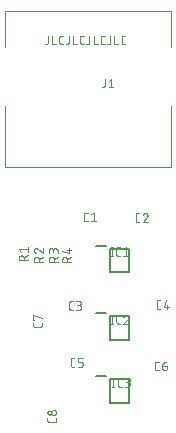
<source format=gbr>
G04 EAGLE Gerber RS-274X export*
G75*
%MOMM*%
%FSLAX34Y34*%
%LPD*%
%INSilkscreen Top*%
%IPPOS*%
%AMOC8*
5,1,8,0,0,1.08239X$1,22.5*%
G01*
%ADD10C,0.076200*%
%ADD11C,0.200000*%
%ADD12C,0.100000*%


D10*
X63796Y340487D02*
X63796Y334758D01*
X63794Y334680D01*
X63789Y334602D01*
X63779Y334525D01*
X63766Y334448D01*
X63750Y334372D01*
X63730Y334297D01*
X63706Y334223D01*
X63679Y334150D01*
X63648Y334078D01*
X63614Y334008D01*
X63577Y333940D01*
X63536Y333873D01*
X63492Y333808D01*
X63446Y333746D01*
X63396Y333686D01*
X63344Y333628D01*
X63289Y333573D01*
X63231Y333521D01*
X63171Y333471D01*
X63109Y333425D01*
X63044Y333381D01*
X62978Y333340D01*
X62909Y333303D01*
X62839Y333269D01*
X62767Y333238D01*
X62694Y333211D01*
X62620Y333187D01*
X62545Y333167D01*
X62469Y333151D01*
X62392Y333138D01*
X62315Y333128D01*
X62237Y333123D01*
X62159Y333121D01*
X61341Y333121D01*
X67490Y333121D02*
X67490Y340487D01*
X67490Y333121D02*
X70764Y333121D01*
X75184Y333121D02*
X76821Y333121D01*
X75184Y333121D02*
X75106Y333123D01*
X75028Y333128D01*
X74951Y333138D01*
X74874Y333151D01*
X74798Y333167D01*
X74723Y333187D01*
X74649Y333211D01*
X74576Y333238D01*
X74504Y333269D01*
X74434Y333303D01*
X74366Y333340D01*
X74299Y333381D01*
X74234Y333425D01*
X74172Y333471D01*
X74112Y333521D01*
X74054Y333573D01*
X73999Y333628D01*
X73947Y333686D01*
X73897Y333746D01*
X73851Y333808D01*
X73807Y333873D01*
X73766Y333940D01*
X73729Y334008D01*
X73695Y334078D01*
X73664Y334150D01*
X73637Y334223D01*
X73613Y334297D01*
X73593Y334372D01*
X73577Y334448D01*
X73564Y334525D01*
X73554Y334602D01*
X73549Y334680D01*
X73547Y334758D01*
X73548Y334758D02*
X73548Y338850D01*
X73547Y338850D02*
X73549Y338930D01*
X73555Y339010D01*
X73565Y339090D01*
X73578Y339169D01*
X73596Y339248D01*
X73617Y339325D01*
X73643Y339401D01*
X73672Y339476D01*
X73704Y339550D01*
X73740Y339622D01*
X73780Y339692D01*
X73823Y339759D01*
X73869Y339825D01*
X73919Y339888D01*
X73971Y339949D01*
X74026Y340008D01*
X74085Y340063D01*
X74145Y340115D01*
X74209Y340165D01*
X74275Y340211D01*
X74342Y340254D01*
X74412Y340294D01*
X74484Y340330D01*
X74558Y340362D01*
X74632Y340391D01*
X74709Y340417D01*
X74786Y340438D01*
X74865Y340456D01*
X74944Y340469D01*
X75024Y340479D01*
X75104Y340485D01*
X75184Y340487D01*
X76821Y340487D01*
X81353Y340487D02*
X81353Y334758D01*
X81351Y334680D01*
X81346Y334602D01*
X81336Y334525D01*
X81323Y334448D01*
X81307Y334372D01*
X81287Y334297D01*
X81263Y334223D01*
X81236Y334150D01*
X81205Y334078D01*
X81171Y334008D01*
X81134Y333940D01*
X81093Y333873D01*
X81049Y333808D01*
X81003Y333746D01*
X80953Y333686D01*
X80901Y333628D01*
X80846Y333573D01*
X80788Y333521D01*
X80728Y333471D01*
X80666Y333425D01*
X80601Y333381D01*
X80535Y333340D01*
X80466Y333303D01*
X80396Y333269D01*
X80324Y333238D01*
X80251Y333211D01*
X80177Y333187D01*
X80102Y333167D01*
X80026Y333151D01*
X79949Y333138D01*
X79872Y333128D01*
X79794Y333123D01*
X79716Y333121D01*
X78897Y333121D01*
X85047Y333121D02*
X85047Y340487D01*
X85047Y333121D02*
X88320Y333121D01*
X92741Y333121D02*
X94378Y333121D01*
X92741Y333121D02*
X92663Y333123D01*
X92585Y333128D01*
X92508Y333138D01*
X92431Y333151D01*
X92355Y333167D01*
X92280Y333187D01*
X92206Y333211D01*
X92133Y333238D01*
X92061Y333269D01*
X91991Y333303D01*
X91923Y333340D01*
X91856Y333381D01*
X91791Y333425D01*
X91729Y333471D01*
X91669Y333521D01*
X91611Y333573D01*
X91556Y333628D01*
X91504Y333686D01*
X91454Y333746D01*
X91408Y333808D01*
X91364Y333873D01*
X91323Y333940D01*
X91286Y334008D01*
X91252Y334078D01*
X91221Y334150D01*
X91194Y334223D01*
X91170Y334297D01*
X91150Y334372D01*
X91134Y334448D01*
X91121Y334525D01*
X91111Y334602D01*
X91106Y334680D01*
X91104Y334758D01*
X91104Y338850D01*
X91106Y338930D01*
X91112Y339010D01*
X91122Y339090D01*
X91135Y339169D01*
X91153Y339248D01*
X91174Y339325D01*
X91200Y339401D01*
X91229Y339476D01*
X91261Y339550D01*
X91297Y339622D01*
X91337Y339692D01*
X91380Y339759D01*
X91426Y339825D01*
X91476Y339888D01*
X91528Y339949D01*
X91583Y340008D01*
X91642Y340063D01*
X91702Y340115D01*
X91766Y340165D01*
X91832Y340211D01*
X91899Y340254D01*
X91969Y340294D01*
X92041Y340330D01*
X92115Y340362D01*
X92189Y340391D01*
X92266Y340417D01*
X92343Y340438D01*
X92422Y340456D01*
X92501Y340469D01*
X92581Y340479D01*
X92661Y340485D01*
X92741Y340487D01*
X94378Y340487D01*
X98909Y340487D02*
X98909Y334758D01*
X98907Y334680D01*
X98902Y334602D01*
X98892Y334525D01*
X98879Y334448D01*
X98863Y334372D01*
X98843Y334297D01*
X98819Y334223D01*
X98792Y334150D01*
X98761Y334078D01*
X98727Y334008D01*
X98690Y333940D01*
X98649Y333873D01*
X98605Y333808D01*
X98559Y333746D01*
X98509Y333686D01*
X98457Y333628D01*
X98402Y333573D01*
X98344Y333521D01*
X98284Y333471D01*
X98222Y333425D01*
X98157Y333381D01*
X98091Y333340D01*
X98022Y333303D01*
X97952Y333269D01*
X97880Y333238D01*
X97807Y333211D01*
X97733Y333187D01*
X97658Y333167D01*
X97582Y333151D01*
X97505Y333138D01*
X97428Y333128D01*
X97350Y333123D01*
X97272Y333121D01*
X96454Y333121D01*
X102603Y333121D02*
X102603Y340487D01*
X102603Y333121D02*
X105877Y333121D01*
X110297Y333121D02*
X111934Y333121D01*
X110297Y333121D02*
X110219Y333123D01*
X110141Y333128D01*
X110064Y333138D01*
X109987Y333151D01*
X109911Y333167D01*
X109836Y333187D01*
X109762Y333211D01*
X109689Y333238D01*
X109617Y333269D01*
X109547Y333303D01*
X109479Y333340D01*
X109412Y333381D01*
X109347Y333425D01*
X109285Y333471D01*
X109225Y333521D01*
X109167Y333573D01*
X109112Y333628D01*
X109060Y333686D01*
X109010Y333746D01*
X108964Y333808D01*
X108920Y333873D01*
X108879Y333940D01*
X108842Y334008D01*
X108808Y334078D01*
X108777Y334150D01*
X108750Y334223D01*
X108726Y334297D01*
X108706Y334372D01*
X108690Y334448D01*
X108677Y334525D01*
X108667Y334602D01*
X108662Y334680D01*
X108660Y334758D01*
X108660Y338850D01*
X108662Y338930D01*
X108668Y339010D01*
X108678Y339090D01*
X108691Y339169D01*
X108709Y339248D01*
X108730Y339325D01*
X108756Y339401D01*
X108785Y339476D01*
X108817Y339550D01*
X108853Y339622D01*
X108893Y339692D01*
X108936Y339759D01*
X108982Y339825D01*
X109032Y339888D01*
X109084Y339949D01*
X109139Y340008D01*
X109198Y340063D01*
X109258Y340115D01*
X109322Y340165D01*
X109388Y340211D01*
X109455Y340254D01*
X109525Y340294D01*
X109597Y340330D01*
X109671Y340362D01*
X109745Y340391D01*
X109822Y340417D01*
X109899Y340438D01*
X109978Y340456D01*
X110057Y340469D01*
X110137Y340479D01*
X110217Y340485D01*
X110297Y340487D01*
X111934Y340487D01*
X116465Y340487D02*
X116465Y334758D01*
X116466Y334758D02*
X116464Y334680D01*
X116459Y334602D01*
X116449Y334525D01*
X116436Y334448D01*
X116420Y334372D01*
X116400Y334297D01*
X116376Y334223D01*
X116349Y334150D01*
X116318Y334078D01*
X116284Y334008D01*
X116247Y333940D01*
X116206Y333873D01*
X116162Y333808D01*
X116116Y333746D01*
X116066Y333686D01*
X116014Y333628D01*
X115959Y333573D01*
X115901Y333521D01*
X115841Y333471D01*
X115779Y333425D01*
X115714Y333381D01*
X115648Y333340D01*
X115579Y333303D01*
X115509Y333269D01*
X115437Y333238D01*
X115364Y333211D01*
X115290Y333187D01*
X115215Y333167D01*
X115139Y333151D01*
X115062Y333138D01*
X114985Y333128D01*
X114907Y333123D01*
X114829Y333121D01*
X114010Y333121D01*
X120159Y333121D02*
X120159Y340487D01*
X120159Y333121D02*
X123433Y333121D01*
X127854Y333121D02*
X129490Y333121D01*
X127854Y333121D02*
X127776Y333123D01*
X127698Y333128D01*
X127621Y333138D01*
X127544Y333151D01*
X127468Y333167D01*
X127393Y333187D01*
X127319Y333211D01*
X127246Y333238D01*
X127174Y333269D01*
X127104Y333303D01*
X127036Y333340D01*
X126969Y333381D01*
X126904Y333425D01*
X126842Y333471D01*
X126782Y333521D01*
X126724Y333573D01*
X126669Y333628D01*
X126617Y333686D01*
X126567Y333746D01*
X126521Y333808D01*
X126477Y333873D01*
X126436Y333940D01*
X126399Y334008D01*
X126365Y334078D01*
X126334Y334150D01*
X126307Y334223D01*
X126283Y334297D01*
X126263Y334372D01*
X126247Y334448D01*
X126234Y334525D01*
X126224Y334602D01*
X126219Y334680D01*
X126217Y334758D01*
X126217Y338850D01*
X126219Y338930D01*
X126225Y339010D01*
X126235Y339090D01*
X126248Y339169D01*
X126266Y339248D01*
X126287Y339325D01*
X126313Y339401D01*
X126342Y339476D01*
X126374Y339550D01*
X126410Y339622D01*
X126450Y339692D01*
X126493Y339759D01*
X126539Y339825D01*
X126589Y339888D01*
X126641Y339949D01*
X126696Y340008D01*
X126755Y340063D01*
X126815Y340115D01*
X126879Y340165D01*
X126945Y340211D01*
X127012Y340254D01*
X127082Y340294D01*
X127154Y340330D01*
X127228Y340362D01*
X127302Y340391D01*
X127379Y340417D01*
X127456Y340438D01*
X127535Y340456D01*
X127614Y340469D01*
X127694Y340479D01*
X127774Y340485D01*
X127854Y340487D01*
X129490Y340487D01*
D11*
X132460Y49370D02*
X116460Y49370D01*
X132460Y49370D02*
X132460Y29370D01*
X116460Y29370D01*
X116460Y49370D01*
X112960Y51870D02*
X104460Y51870D01*
D10*
X119142Y50673D02*
X119142Y43307D01*
X118324Y43307D02*
X119961Y43307D01*
X119961Y50673D02*
X118324Y50673D01*
X124562Y43307D02*
X126199Y43307D01*
X124562Y43307D02*
X124484Y43309D01*
X124406Y43314D01*
X124329Y43324D01*
X124252Y43337D01*
X124176Y43353D01*
X124101Y43373D01*
X124027Y43397D01*
X123954Y43424D01*
X123882Y43455D01*
X123812Y43489D01*
X123744Y43526D01*
X123677Y43567D01*
X123612Y43611D01*
X123550Y43657D01*
X123490Y43707D01*
X123432Y43759D01*
X123377Y43814D01*
X123325Y43872D01*
X123275Y43932D01*
X123229Y43994D01*
X123185Y44059D01*
X123144Y44126D01*
X123107Y44194D01*
X123073Y44264D01*
X123042Y44336D01*
X123015Y44409D01*
X122991Y44483D01*
X122971Y44558D01*
X122955Y44634D01*
X122942Y44711D01*
X122932Y44788D01*
X122927Y44866D01*
X122925Y44944D01*
X122925Y49036D01*
X122927Y49116D01*
X122933Y49196D01*
X122943Y49276D01*
X122956Y49355D01*
X122974Y49434D01*
X122995Y49511D01*
X123021Y49587D01*
X123050Y49662D01*
X123082Y49736D01*
X123118Y49808D01*
X123158Y49878D01*
X123201Y49945D01*
X123247Y50011D01*
X123297Y50074D01*
X123349Y50135D01*
X123404Y50194D01*
X123463Y50249D01*
X123523Y50301D01*
X123587Y50351D01*
X123653Y50397D01*
X123720Y50440D01*
X123790Y50480D01*
X123862Y50516D01*
X123936Y50548D01*
X124010Y50577D01*
X124087Y50603D01*
X124164Y50624D01*
X124243Y50642D01*
X124322Y50655D01*
X124402Y50665D01*
X124482Y50671D01*
X124562Y50673D01*
X126199Y50673D01*
X129044Y43307D02*
X131090Y43307D01*
X131179Y43309D01*
X131268Y43315D01*
X131357Y43325D01*
X131445Y43338D01*
X131533Y43355D01*
X131620Y43377D01*
X131705Y43402D01*
X131790Y43430D01*
X131873Y43463D01*
X131955Y43499D01*
X132035Y43538D01*
X132113Y43581D01*
X132189Y43627D01*
X132264Y43677D01*
X132336Y43730D01*
X132405Y43786D01*
X132472Y43845D01*
X132537Y43906D01*
X132598Y43971D01*
X132657Y44038D01*
X132713Y44107D01*
X132766Y44179D01*
X132816Y44254D01*
X132862Y44330D01*
X132905Y44408D01*
X132944Y44488D01*
X132980Y44570D01*
X133013Y44653D01*
X133041Y44738D01*
X133066Y44823D01*
X133088Y44910D01*
X133105Y44998D01*
X133118Y45086D01*
X133128Y45175D01*
X133134Y45264D01*
X133136Y45353D01*
X133134Y45442D01*
X133128Y45531D01*
X133118Y45620D01*
X133105Y45708D01*
X133088Y45796D01*
X133066Y45883D01*
X133041Y45968D01*
X133013Y46053D01*
X132980Y46136D01*
X132944Y46218D01*
X132905Y46298D01*
X132862Y46376D01*
X132816Y46452D01*
X132766Y46527D01*
X132713Y46599D01*
X132657Y46668D01*
X132598Y46735D01*
X132537Y46800D01*
X132472Y46861D01*
X132405Y46920D01*
X132336Y46976D01*
X132264Y47029D01*
X132189Y47079D01*
X132113Y47125D01*
X132035Y47168D01*
X131955Y47207D01*
X131873Y47243D01*
X131790Y47276D01*
X131705Y47304D01*
X131620Y47329D01*
X131533Y47351D01*
X131445Y47368D01*
X131357Y47381D01*
X131268Y47391D01*
X131179Y47397D01*
X131090Y47399D01*
X131499Y50673D02*
X129044Y50673D01*
X131499Y50673D02*
X131578Y50671D01*
X131657Y50665D01*
X131736Y50656D01*
X131814Y50643D01*
X131891Y50625D01*
X131967Y50605D01*
X132042Y50580D01*
X132116Y50552D01*
X132189Y50521D01*
X132260Y50485D01*
X132329Y50447D01*
X132396Y50405D01*
X132461Y50360D01*
X132524Y50312D01*
X132585Y50261D01*
X132642Y50207D01*
X132698Y50151D01*
X132750Y50092D01*
X132800Y50030D01*
X132846Y49966D01*
X132890Y49900D01*
X132930Y49832D01*
X132966Y49762D01*
X133000Y49690D01*
X133030Y49616D01*
X133056Y49542D01*
X133079Y49466D01*
X133097Y49389D01*
X133113Y49312D01*
X133124Y49233D01*
X133132Y49155D01*
X133136Y49076D01*
X133136Y48996D01*
X133132Y48917D01*
X133124Y48839D01*
X133113Y48760D01*
X133097Y48683D01*
X133079Y48606D01*
X133056Y48530D01*
X133030Y48456D01*
X133000Y48382D01*
X132966Y48310D01*
X132930Y48240D01*
X132890Y48172D01*
X132846Y48106D01*
X132800Y48042D01*
X132750Y47980D01*
X132698Y47921D01*
X132642Y47865D01*
X132585Y47811D01*
X132524Y47760D01*
X132461Y47712D01*
X132396Y47667D01*
X132329Y47625D01*
X132260Y47587D01*
X132189Y47551D01*
X132116Y47520D01*
X132042Y47492D01*
X131967Y47467D01*
X131891Y47447D01*
X131814Y47429D01*
X131736Y47416D01*
X131657Y47407D01*
X131578Y47401D01*
X131499Y47399D01*
X129863Y47399D01*
D12*
X27290Y229148D02*
X27290Y281148D01*
X27290Y229148D02*
X168290Y229148D01*
X168290Y281148D01*
X27290Y331148D02*
X27290Y361148D01*
X168290Y361148D01*
X168290Y331148D01*
D10*
X111764Y303911D02*
X111764Y298182D01*
X111762Y298104D01*
X111757Y298026D01*
X111747Y297949D01*
X111734Y297872D01*
X111718Y297796D01*
X111698Y297721D01*
X111674Y297647D01*
X111647Y297574D01*
X111616Y297502D01*
X111582Y297432D01*
X111545Y297364D01*
X111504Y297297D01*
X111460Y297232D01*
X111414Y297170D01*
X111364Y297110D01*
X111312Y297052D01*
X111257Y296997D01*
X111199Y296945D01*
X111139Y296895D01*
X111077Y296849D01*
X111012Y296805D01*
X110946Y296764D01*
X110877Y296727D01*
X110807Y296693D01*
X110735Y296662D01*
X110662Y296635D01*
X110588Y296611D01*
X110513Y296591D01*
X110437Y296575D01*
X110360Y296562D01*
X110283Y296552D01*
X110205Y296547D01*
X110127Y296545D01*
X109309Y296545D01*
X115199Y302274D02*
X117245Y303911D01*
X117245Y296545D01*
X115199Y296545D02*
X119291Y296545D01*
D11*
X116460Y102710D02*
X132460Y102710D01*
X132460Y82710D01*
X116460Y82710D01*
X116460Y102710D01*
X112960Y105210D02*
X104460Y105210D01*
D10*
X117872Y104013D02*
X117872Y96647D01*
X117054Y96647D02*
X118691Y96647D01*
X118691Y104013D02*
X117054Y104013D01*
X123292Y96647D02*
X124929Y96647D01*
X123292Y96647D02*
X123214Y96649D01*
X123136Y96654D01*
X123059Y96664D01*
X122982Y96677D01*
X122906Y96693D01*
X122831Y96713D01*
X122757Y96737D01*
X122684Y96764D01*
X122612Y96795D01*
X122542Y96829D01*
X122474Y96866D01*
X122407Y96907D01*
X122342Y96951D01*
X122280Y96997D01*
X122220Y97047D01*
X122162Y97099D01*
X122107Y97154D01*
X122055Y97212D01*
X122005Y97272D01*
X121959Y97334D01*
X121915Y97399D01*
X121874Y97466D01*
X121837Y97534D01*
X121803Y97604D01*
X121772Y97676D01*
X121745Y97749D01*
X121721Y97823D01*
X121701Y97898D01*
X121685Y97974D01*
X121672Y98051D01*
X121662Y98128D01*
X121657Y98206D01*
X121655Y98284D01*
X121655Y102376D01*
X121657Y102456D01*
X121663Y102536D01*
X121673Y102616D01*
X121686Y102695D01*
X121704Y102774D01*
X121725Y102851D01*
X121751Y102927D01*
X121780Y103002D01*
X121812Y103076D01*
X121848Y103148D01*
X121888Y103218D01*
X121931Y103285D01*
X121977Y103351D01*
X122027Y103414D01*
X122079Y103475D01*
X122134Y103534D01*
X122193Y103589D01*
X122253Y103641D01*
X122317Y103691D01*
X122383Y103737D01*
X122450Y103780D01*
X122520Y103820D01*
X122592Y103856D01*
X122666Y103888D01*
X122740Y103917D01*
X122817Y103943D01*
X122894Y103964D01*
X122973Y103982D01*
X123052Y103995D01*
X123132Y104005D01*
X123212Y104011D01*
X123292Y104013D01*
X124929Y104013D01*
X130025Y104014D02*
X130110Y104012D01*
X130195Y104006D01*
X130279Y103996D01*
X130363Y103983D01*
X130447Y103965D01*
X130529Y103944D01*
X130610Y103919D01*
X130690Y103890D01*
X130769Y103857D01*
X130846Y103821D01*
X130921Y103781D01*
X130995Y103738D01*
X131066Y103692D01*
X131135Y103642D01*
X131202Y103589D01*
X131266Y103533D01*
X131327Y103474D01*
X131386Y103413D01*
X131442Y103349D01*
X131495Y103282D01*
X131545Y103213D01*
X131591Y103142D01*
X131634Y103068D01*
X131674Y102993D01*
X131710Y102916D01*
X131743Y102837D01*
X131772Y102757D01*
X131797Y102676D01*
X131818Y102594D01*
X131836Y102510D01*
X131849Y102426D01*
X131859Y102342D01*
X131865Y102257D01*
X131867Y102172D01*
X130025Y104013D02*
X129929Y104011D01*
X129833Y104005D01*
X129738Y103995D01*
X129643Y103982D01*
X129548Y103964D01*
X129455Y103943D01*
X129362Y103918D01*
X129271Y103889D01*
X129180Y103857D01*
X129091Y103821D01*
X129004Y103781D01*
X128918Y103738D01*
X128834Y103692D01*
X128752Y103642D01*
X128672Y103588D01*
X128595Y103532D01*
X128520Y103472D01*
X128447Y103410D01*
X128377Y103344D01*
X128309Y103276D01*
X128244Y103205D01*
X128183Y103132D01*
X128124Y103056D01*
X128068Y102977D01*
X128016Y102897D01*
X127967Y102814D01*
X127921Y102730D01*
X127879Y102644D01*
X127841Y102556D01*
X127806Y102467D01*
X127774Y102376D01*
X131252Y100740D02*
X131312Y100799D01*
X131369Y100861D01*
X131424Y100925D01*
X131475Y100992D01*
X131524Y101061D01*
X131570Y101131D01*
X131613Y101204D01*
X131653Y101278D01*
X131689Y101354D01*
X131722Y101432D01*
X131752Y101511D01*
X131779Y101591D01*
X131802Y101672D01*
X131821Y101754D01*
X131837Y101836D01*
X131850Y101920D01*
X131859Y102004D01*
X131864Y102088D01*
X131866Y102172D01*
X131253Y100739D02*
X127774Y96647D01*
X131866Y96647D01*
X86205Y60071D02*
X84568Y60071D01*
X84490Y60073D01*
X84412Y60078D01*
X84335Y60088D01*
X84258Y60101D01*
X84182Y60117D01*
X84107Y60137D01*
X84033Y60161D01*
X83960Y60188D01*
X83888Y60219D01*
X83818Y60253D01*
X83750Y60290D01*
X83683Y60331D01*
X83618Y60375D01*
X83556Y60421D01*
X83496Y60471D01*
X83438Y60523D01*
X83383Y60578D01*
X83331Y60636D01*
X83281Y60696D01*
X83235Y60758D01*
X83191Y60823D01*
X83150Y60890D01*
X83113Y60958D01*
X83079Y61028D01*
X83048Y61100D01*
X83021Y61173D01*
X82997Y61247D01*
X82977Y61322D01*
X82961Y61398D01*
X82948Y61475D01*
X82938Y61552D01*
X82933Y61630D01*
X82931Y61708D01*
X82931Y65800D01*
X82933Y65880D01*
X82939Y65960D01*
X82949Y66040D01*
X82962Y66119D01*
X82980Y66198D01*
X83001Y66275D01*
X83027Y66351D01*
X83056Y66426D01*
X83088Y66500D01*
X83124Y66572D01*
X83164Y66642D01*
X83207Y66709D01*
X83253Y66775D01*
X83303Y66838D01*
X83355Y66899D01*
X83410Y66958D01*
X83469Y67013D01*
X83529Y67065D01*
X83593Y67115D01*
X83659Y67161D01*
X83726Y67204D01*
X83796Y67244D01*
X83868Y67280D01*
X83942Y67312D01*
X84016Y67341D01*
X84093Y67367D01*
X84170Y67388D01*
X84249Y67406D01*
X84328Y67419D01*
X84408Y67429D01*
X84488Y67435D01*
X84568Y67437D01*
X86205Y67437D01*
X89050Y60071D02*
X91505Y60071D01*
X91583Y60073D01*
X91661Y60078D01*
X91738Y60088D01*
X91815Y60101D01*
X91891Y60117D01*
X91966Y60137D01*
X92040Y60161D01*
X92113Y60188D01*
X92185Y60219D01*
X92255Y60253D01*
X92324Y60290D01*
X92390Y60331D01*
X92455Y60375D01*
X92517Y60421D01*
X92577Y60471D01*
X92635Y60523D01*
X92690Y60578D01*
X92742Y60636D01*
X92792Y60696D01*
X92838Y60758D01*
X92882Y60823D01*
X92923Y60890D01*
X92960Y60958D01*
X92994Y61028D01*
X93025Y61100D01*
X93052Y61173D01*
X93076Y61247D01*
X93096Y61322D01*
X93112Y61398D01*
X93125Y61475D01*
X93135Y61552D01*
X93140Y61630D01*
X93142Y61708D01*
X93142Y62526D01*
X93140Y62604D01*
X93135Y62682D01*
X93125Y62759D01*
X93112Y62836D01*
X93096Y62912D01*
X93076Y62987D01*
X93052Y63061D01*
X93025Y63134D01*
X92994Y63206D01*
X92960Y63276D01*
X92923Y63345D01*
X92882Y63411D01*
X92838Y63476D01*
X92792Y63538D01*
X92742Y63598D01*
X92690Y63656D01*
X92635Y63711D01*
X92577Y63763D01*
X92517Y63813D01*
X92455Y63859D01*
X92390Y63903D01*
X92324Y63944D01*
X92255Y63981D01*
X92185Y64015D01*
X92113Y64046D01*
X92040Y64073D01*
X91966Y64097D01*
X91891Y64117D01*
X91815Y64133D01*
X91738Y64146D01*
X91661Y64156D01*
X91583Y64161D01*
X91505Y64163D01*
X89050Y64163D01*
X89050Y67437D01*
X93142Y67437D01*
X156145Y57023D02*
X157781Y57023D01*
X156145Y57023D02*
X156067Y57025D01*
X155989Y57030D01*
X155912Y57040D01*
X155835Y57053D01*
X155759Y57069D01*
X155684Y57089D01*
X155610Y57113D01*
X155537Y57140D01*
X155465Y57171D01*
X155395Y57205D01*
X155327Y57242D01*
X155260Y57283D01*
X155195Y57327D01*
X155133Y57373D01*
X155073Y57423D01*
X155015Y57475D01*
X154960Y57530D01*
X154908Y57588D01*
X154858Y57648D01*
X154812Y57710D01*
X154768Y57775D01*
X154727Y57842D01*
X154690Y57910D01*
X154656Y57980D01*
X154625Y58052D01*
X154598Y58125D01*
X154574Y58199D01*
X154554Y58274D01*
X154538Y58350D01*
X154525Y58427D01*
X154515Y58504D01*
X154510Y58582D01*
X154508Y58660D01*
X154508Y62752D01*
X154510Y62832D01*
X154516Y62912D01*
X154526Y62992D01*
X154539Y63071D01*
X154557Y63150D01*
X154578Y63227D01*
X154604Y63303D01*
X154633Y63378D01*
X154665Y63452D01*
X154701Y63524D01*
X154741Y63594D01*
X154784Y63661D01*
X154830Y63727D01*
X154880Y63790D01*
X154932Y63851D01*
X154987Y63910D01*
X155046Y63965D01*
X155106Y64017D01*
X155170Y64067D01*
X155236Y64113D01*
X155303Y64156D01*
X155373Y64196D01*
X155445Y64232D01*
X155519Y64264D01*
X155593Y64293D01*
X155670Y64319D01*
X155747Y64340D01*
X155826Y64358D01*
X155905Y64371D01*
X155985Y64381D01*
X156065Y64387D01*
X156145Y64389D01*
X157781Y64389D01*
X160627Y61115D02*
X163082Y61115D01*
X163160Y61113D01*
X163238Y61108D01*
X163315Y61098D01*
X163392Y61085D01*
X163468Y61069D01*
X163543Y61049D01*
X163617Y61025D01*
X163690Y60998D01*
X163762Y60967D01*
X163832Y60933D01*
X163901Y60896D01*
X163967Y60855D01*
X164032Y60811D01*
X164094Y60765D01*
X164154Y60715D01*
X164212Y60663D01*
X164267Y60608D01*
X164319Y60550D01*
X164369Y60490D01*
X164415Y60428D01*
X164459Y60363D01*
X164500Y60297D01*
X164537Y60228D01*
X164571Y60158D01*
X164602Y60086D01*
X164629Y60013D01*
X164653Y59939D01*
X164673Y59864D01*
X164689Y59788D01*
X164702Y59711D01*
X164712Y59634D01*
X164717Y59556D01*
X164719Y59478D01*
X164719Y59069D01*
X164717Y58980D01*
X164711Y58891D01*
X164701Y58802D01*
X164688Y58714D01*
X164671Y58626D01*
X164649Y58539D01*
X164624Y58454D01*
X164596Y58369D01*
X164563Y58286D01*
X164527Y58204D01*
X164488Y58124D01*
X164445Y58046D01*
X164399Y57970D01*
X164349Y57895D01*
X164296Y57823D01*
X164240Y57754D01*
X164181Y57687D01*
X164120Y57622D01*
X164055Y57561D01*
X163988Y57502D01*
X163919Y57446D01*
X163847Y57393D01*
X163772Y57343D01*
X163696Y57297D01*
X163618Y57254D01*
X163538Y57215D01*
X163456Y57179D01*
X163373Y57146D01*
X163288Y57118D01*
X163203Y57093D01*
X163116Y57071D01*
X163028Y57054D01*
X162940Y57041D01*
X162851Y57031D01*
X162762Y57025D01*
X162673Y57023D01*
X162584Y57025D01*
X162495Y57031D01*
X162406Y57041D01*
X162318Y57054D01*
X162230Y57071D01*
X162143Y57093D01*
X162058Y57118D01*
X161973Y57146D01*
X161890Y57179D01*
X161808Y57215D01*
X161728Y57254D01*
X161650Y57297D01*
X161574Y57343D01*
X161499Y57393D01*
X161427Y57446D01*
X161358Y57502D01*
X161291Y57561D01*
X161226Y57622D01*
X161165Y57687D01*
X161106Y57754D01*
X161050Y57823D01*
X160997Y57895D01*
X160947Y57970D01*
X160901Y58046D01*
X160858Y58124D01*
X160819Y58204D01*
X160783Y58286D01*
X160750Y58369D01*
X160722Y58454D01*
X160697Y58539D01*
X160675Y58626D01*
X160658Y58714D01*
X160645Y58802D01*
X160635Y58891D01*
X160629Y58980D01*
X160627Y59069D01*
X160627Y61115D01*
X160629Y61229D01*
X160635Y61343D01*
X160645Y61457D01*
X160659Y61571D01*
X160677Y61684D01*
X160699Y61796D01*
X160724Y61907D01*
X160754Y62017D01*
X160787Y62127D01*
X160824Y62235D01*
X160865Y62341D01*
X160910Y62447D01*
X160958Y62550D01*
X161010Y62652D01*
X161066Y62752D01*
X161124Y62850D01*
X161187Y62946D01*
X161252Y63039D01*
X161321Y63131D01*
X161393Y63219D01*
X161468Y63306D01*
X161546Y63389D01*
X161627Y63470D01*
X161710Y63548D01*
X161797Y63623D01*
X161885Y63695D01*
X161977Y63764D01*
X162070Y63829D01*
X162166Y63891D01*
X162264Y63950D01*
X162364Y64006D01*
X162466Y64058D01*
X162569Y64106D01*
X162675Y64151D01*
X162781Y64192D01*
X162889Y64229D01*
X162999Y64262D01*
X163109Y64292D01*
X163220Y64317D01*
X163332Y64339D01*
X163445Y64357D01*
X163559Y64371D01*
X163673Y64381D01*
X163787Y64387D01*
X163901Y64389D01*
X84935Y108331D02*
X83298Y108331D01*
X83220Y108333D01*
X83142Y108338D01*
X83065Y108348D01*
X82988Y108361D01*
X82912Y108377D01*
X82837Y108397D01*
X82763Y108421D01*
X82690Y108448D01*
X82618Y108479D01*
X82548Y108513D01*
X82480Y108550D01*
X82413Y108591D01*
X82348Y108635D01*
X82286Y108681D01*
X82226Y108731D01*
X82168Y108783D01*
X82113Y108838D01*
X82061Y108896D01*
X82011Y108956D01*
X81965Y109018D01*
X81921Y109083D01*
X81880Y109150D01*
X81843Y109218D01*
X81809Y109288D01*
X81778Y109360D01*
X81751Y109433D01*
X81727Y109507D01*
X81707Y109582D01*
X81691Y109658D01*
X81678Y109735D01*
X81668Y109812D01*
X81663Y109890D01*
X81661Y109968D01*
X81661Y114060D01*
X81663Y114140D01*
X81669Y114220D01*
X81679Y114300D01*
X81692Y114379D01*
X81710Y114458D01*
X81731Y114535D01*
X81757Y114611D01*
X81786Y114686D01*
X81818Y114760D01*
X81854Y114832D01*
X81894Y114902D01*
X81937Y114969D01*
X81983Y115035D01*
X82033Y115098D01*
X82085Y115159D01*
X82140Y115218D01*
X82199Y115273D01*
X82259Y115325D01*
X82323Y115375D01*
X82389Y115421D01*
X82456Y115464D01*
X82526Y115504D01*
X82598Y115540D01*
X82672Y115572D01*
X82746Y115601D01*
X82823Y115627D01*
X82900Y115648D01*
X82979Y115666D01*
X83058Y115679D01*
X83138Y115689D01*
X83218Y115695D01*
X83298Y115697D01*
X84935Y115697D01*
X87780Y108331D02*
X89826Y108331D01*
X89915Y108333D01*
X90004Y108339D01*
X90093Y108349D01*
X90181Y108362D01*
X90269Y108379D01*
X90356Y108401D01*
X90441Y108426D01*
X90526Y108454D01*
X90609Y108487D01*
X90691Y108523D01*
X90771Y108562D01*
X90849Y108605D01*
X90925Y108651D01*
X91000Y108701D01*
X91072Y108754D01*
X91141Y108810D01*
X91208Y108869D01*
X91273Y108930D01*
X91334Y108995D01*
X91393Y109062D01*
X91449Y109131D01*
X91502Y109203D01*
X91552Y109278D01*
X91598Y109354D01*
X91641Y109432D01*
X91680Y109512D01*
X91716Y109594D01*
X91749Y109677D01*
X91777Y109762D01*
X91802Y109847D01*
X91824Y109934D01*
X91841Y110022D01*
X91854Y110110D01*
X91864Y110199D01*
X91870Y110288D01*
X91872Y110377D01*
X91870Y110466D01*
X91864Y110555D01*
X91854Y110644D01*
X91841Y110732D01*
X91824Y110820D01*
X91802Y110907D01*
X91777Y110992D01*
X91749Y111077D01*
X91716Y111160D01*
X91680Y111242D01*
X91641Y111322D01*
X91598Y111400D01*
X91552Y111476D01*
X91502Y111551D01*
X91449Y111623D01*
X91393Y111692D01*
X91334Y111759D01*
X91273Y111824D01*
X91208Y111885D01*
X91141Y111944D01*
X91072Y112000D01*
X91000Y112053D01*
X90925Y112103D01*
X90849Y112149D01*
X90771Y112192D01*
X90691Y112231D01*
X90609Y112267D01*
X90526Y112300D01*
X90441Y112328D01*
X90356Y112353D01*
X90269Y112375D01*
X90181Y112392D01*
X90093Y112405D01*
X90004Y112415D01*
X89915Y112421D01*
X89826Y112423D01*
X90235Y115697D02*
X87780Y115697D01*
X90235Y115697D02*
X90314Y115695D01*
X90393Y115689D01*
X90472Y115680D01*
X90550Y115667D01*
X90627Y115649D01*
X90703Y115629D01*
X90778Y115604D01*
X90852Y115576D01*
X90925Y115545D01*
X90996Y115509D01*
X91065Y115471D01*
X91132Y115429D01*
X91197Y115384D01*
X91260Y115336D01*
X91321Y115285D01*
X91378Y115231D01*
X91434Y115175D01*
X91486Y115116D01*
X91536Y115054D01*
X91582Y114990D01*
X91626Y114924D01*
X91666Y114856D01*
X91702Y114786D01*
X91736Y114714D01*
X91766Y114640D01*
X91792Y114566D01*
X91815Y114490D01*
X91833Y114413D01*
X91849Y114336D01*
X91860Y114257D01*
X91868Y114179D01*
X91872Y114100D01*
X91872Y114020D01*
X91868Y113941D01*
X91860Y113863D01*
X91849Y113784D01*
X91833Y113707D01*
X91815Y113630D01*
X91792Y113554D01*
X91766Y113480D01*
X91736Y113406D01*
X91702Y113334D01*
X91666Y113264D01*
X91626Y113196D01*
X91582Y113130D01*
X91536Y113066D01*
X91486Y113004D01*
X91434Y112945D01*
X91378Y112889D01*
X91321Y112835D01*
X91260Y112784D01*
X91197Y112736D01*
X91132Y112691D01*
X91065Y112649D01*
X90996Y112611D01*
X90925Y112575D01*
X90852Y112544D01*
X90778Y112516D01*
X90703Y112491D01*
X90627Y112471D01*
X90550Y112453D01*
X90472Y112440D01*
X90393Y112431D01*
X90314Y112425D01*
X90235Y112423D01*
X88599Y112423D01*
X157415Y109093D02*
X159051Y109093D01*
X157415Y109093D02*
X157337Y109095D01*
X157259Y109100D01*
X157182Y109110D01*
X157105Y109123D01*
X157029Y109139D01*
X156954Y109159D01*
X156880Y109183D01*
X156807Y109210D01*
X156735Y109241D01*
X156665Y109275D01*
X156597Y109312D01*
X156530Y109353D01*
X156465Y109397D01*
X156403Y109443D01*
X156343Y109493D01*
X156285Y109545D01*
X156230Y109600D01*
X156178Y109658D01*
X156128Y109718D01*
X156082Y109780D01*
X156038Y109845D01*
X155997Y109912D01*
X155960Y109980D01*
X155926Y110050D01*
X155895Y110122D01*
X155868Y110195D01*
X155844Y110269D01*
X155824Y110344D01*
X155808Y110420D01*
X155795Y110497D01*
X155785Y110574D01*
X155780Y110652D01*
X155778Y110730D01*
X155778Y114822D01*
X155780Y114902D01*
X155786Y114982D01*
X155796Y115062D01*
X155809Y115141D01*
X155827Y115220D01*
X155848Y115297D01*
X155874Y115373D01*
X155903Y115448D01*
X155935Y115522D01*
X155971Y115594D01*
X156011Y115664D01*
X156054Y115731D01*
X156100Y115797D01*
X156150Y115860D01*
X156202Y115921D01*
X156257Y115980D01*
X156316Y116035D01*
X156376Y116087D01*
X156440Y116137D01*
X156506Y116183D01*
X156573Y116226D01*
X156643Y116266D01*
X156715Y116302D01*
X156789Y116334D01*
X156863Y116363D01*
X156940Y116389D01*
X157017Y116410D01*
X157096Y116428D01*
X157175Y116441D01*
X157255Y116451D01*
X157335Y116457D01*
X157415Y116459D01*
X159051Y116459D01*
X163534Y116459D02*
X161897Y110730D01*
X165989Y110730D01*
X164761Y112367D02*
X164761Y109093D01*
X59309Y148971D02*
X51943Y148971D01*
X51943Y151017D01*
X51945Y151106D01*
X51951Y151195D01*
X51961Y151284D01*
X51974Y151372D01*
X51991Y151460D01*
X52013Y151547D01*
X52038Y151632D01*
X52066Y151717D01*
X52099Y151800D01*
X52135Y151882D01*
X52174Y151962D01*
X52217Y152040D01*
X52263Y152116D01*
X52313Y152191D01*
X52366Y152263D01*
X52422Y152332D01*
X52481Y152399D01*
X52542Y152464D01*
X52607Y152525D01*
X52674Y152584D01*
X52743Y152640D01*
X52815Y152693D01*
X52890Y152743D01*
X52966Y152789D01*
X53044Y152832D01*
X53124Y152871D01*
X53206Y152907D01*
X53289Y152940D01*
X53374Y152968D01*
X53459Y152993D01*
X53546Y153015D01*
X53634Y153032D01*
X53722Y153045D01*
X53811Y153055D01*
X53900Y153061D01*
X53989Y153063D01*
X54078Y153061D01*
X54167Y153055D01*
X54256Y153045D01*
X54344Y153032D01*
X54432Y153015D01*
X54519Y152993D01*
X54604Y152968D01*
X54689Y152940D01*
X54772Y152907D01*
X54854Y152871D01*
X54934Y152832D01*
X55012Y152789D01*
X55088Y152743D01*
X55163Y152693D01*
X55235Y152640D01*
X55304Y152584D01*
X55371Y152525D01*
X55436Y152464D01*
X55497Y152399D01*
X55556Y152332D01*
X55612Y152263D01*
X55665Y152191D01*
X55715Y152116D01*
X55761Y152040D01*
X55804Y151962D01*
X55843Y151882D01*
X55879Y151800D01*
X55912Y151717D01*
X55940Y151632D01*
X55965Y151547D01*
X55987Y151460D01*
X56004Y151372D01*
X56017Y151284D01*
X56027Y151195D01*
X56033Y151106D01*
X56035Y151017D01*
X56035Y148971D01*
X56035Y151426D02*
X59309Y153063D01*
X53785Y160328D02*
X53700Y160326D01*
X53615Y160320D01*
X53531Y160310D01*
X53447Y160297D01*
X53363Y160279D01*
X53281Y160258D01*
X53200Y160233D01*
X53120Y160204D01*
X53041Y160171D01*
X52964Y160135D01*
X52889Y160095D01*
X52815Y160052D01*
X52744Y160006D01*
X52675Y159956D01*
X52608Y159903D01*
X52544Y159847D01*
X52483Y159788D01*
X52424Y159727D01*
X52368Y159663D01*
X52315Y159596D01*
X52265Y159527D01*
X52219Y159456D01*
X52176Y159382D01*
X52136Y159307D01*
X52100Y159230D01*
X52067Y159151D01*
X52038Y159071D01*
X52013Y158990D01*
X51992Y158908D01*
X51974Y158824D01*
X51961Y158740D01*
X51951Y158656D01*
X51945Y158571D01*
X51943Y158486D01*
X51945Y158390D01*
X51951Y158294D01*
X51961Y158199D01*
X51974Y158104D01*
X51992Y158009D01*
X52013Y157916D01*
X52038Y157823D01*
X52067Y157732D01*
X52099Y157641D01*
X52135Y157552D01*
X52175Y157465D01*
X52218Y157379D01*
X52264Y157295D01*
X52314Y157213D01*
X52368Y157133D01*
X52424Y157056D01*
X52484Y156981D01*
X52546Y156908D01*
X52612Y156838D01*
X52680Y156770D01*
X52751Y156705D01*
X52824Y156644D01*
X52900Y156585D01*
X52979Y156529D01*
X53059Y156477D01*
X53142Y156428D01*
X53226Y156382D01*
X53312Y156340D01*
X53400Y156302D01*
X53489Y156267D01*
X53580Y156235D01*
X55217Y159713D02*
X55158Y159773D01*
X55096Y159830D01*
X55032Y159885D01*
X54965Y159936D01*
X54896Y159985D01*
X54826Y160031D01*
X54753Y160074D01*
X54679Y160114D01*
X54603Y160150D01*
X54525Y160183D01*
X54446Y160213D01*
X54366Y160240D01*
X54285Y160263D01*
X54203Y160282D01*
X54121Y160298D01*
X54037Y160311D01*
X53953Y160320D01*
X53869Y160325D01*
X53785Y160327D01*
X55217Y159713D02*
X59309Y156235D01*
X59309Y160327D01*
X46609Y150241D02*
X39243Y150241D01*
X39243Y152287D01*
X39245Y152376D01*
X39251Y152465D01*
X39261Y152554D01*
X39274Y152642D01*
X39291Y152730D01*
X39313Y152817D01*
X39338Y152902D01*
X39366Y152987D01*
X39399Y153070D01*
X39435Y153152D01*
X39474Y153232D01*
X39517Y153310D01*
X39563Y153386D01*
X39613Y153461D01*
X39666Y153533D01*
X39722Y153602D01*
X39781Y153669D01*
X39842Y153734D01*
X39907Y153795D01*
X39974Y153854D01*
X40043Y153910D01*
X40115Y153963D01*
X40190Y154013D01*
X40266Y154059D01*
X40344Y154102D01*
X40424Y154141D01*
X40506Y154177D01*
X40589Y154210D01*
X40674Y154238D01*
X40759Y154263D01*
X40846Y154285D01*
X40934Y154302D01*
X41022Y154315D01*
X41111Y154325D01*
X41200Y154331D01*
X41289Y154333D01*
X41378Y154331D01*
X41467Y154325D01*
X41556Y154315D01*
X41644Y154302D01*
X41732Y154285D01*
X41819Y154263D01*
X41904Y154238D01*
X41989Y154210D01*
X42072Y154177D01*
X42154Y154141D01*
X42234Y154102D01*
X42312Y154059D01*
X42388Y154013D01*
X42463Y153963D01*
X42535Y153910D01*
X42604Y153854D01*
X42671Y153795D01*
X42736Y153734D01*
X42797Y153669D01*
X42856Y153602D01*
X42912Y153533D01*
X42965Y153461D01*
X43015Y153386D01*
X43061Y153310D01*
X43104Y153232D01*
X43143Y153152D01*
X43179Y153070D01*
X43212Y152987D01*
X43240Y152902D01*
X43265Y152817D01*
X43287Y152730D01*
X43304Y152642D01*
X43317Y152554D01*
X43327Y152465D01*
X43333Y152376D01*
X43335Y152287D01*
X43335Y150241D01*
X43335Y152696D02*
X46609Y154333D01*
X40880Y157505D02*
X39243Y159551D01*
X46609Y159551D01*
X46609Y157505D02*
X46609Y161597D01*
X64643Y148971D02*
X72009Y148971D01*
X64643Y148971D02*
X64643Y151017D01*
X64645Y151106D01*
X64651Y151195D01*
X64661Y151284D01*
X64674Y151372D01*
X64691Y151460D01*
X64713Y151547D01*
X64738Y151632D01*
X64766Y151717D01*
X64799Y151800D01*
X64835Y151882D01*
X64874Y151962D01*
X64917Y152040D01*
X64963Y152116D01*
X65013Y152191D01*
X65066Y152263D01*
X65122Y152332D01*
X65181Y152399D01*
X65242Y152464D01*
X65307Y152525D01*
X65374Y152584D01*
X65443Y152640D01*
X65515Y152693D01*
X65590Y152743D01*
X65666Y152789D01*
X65744Y152832D01*
X65824Y152871D01*
X65906Y152907D01*
X65989Y152940D01*
X66074Y152968D01*
X66159Y152993D01*
X66246Y153015D01*
X66334Y153032D01*
X66422Y153045D01*
X66511Y153055D01*
X66600Y153061D01*
X66689Y153063D01*
X66778Y153061D01*
X66867Y153055D01*
X66956Y153045D01*
X67044Y153032D01*
X67132Y153015D01*
X67219Y152993D01*
X67304Y152968D01*
X67389Y152940D01*
X67472Y152907D01*
X67554Y152871D01*
X67634Y152832D01*
X67712Y152789D01*
X67788Y152743D01*
X67863Y152693D01*
X67935Y152640D01*
X68004Y152584D01*
X68071Y152525D01*
X68136Y152464D01*
X68197Y152399D01*
X68256Y152332D01*
X68312Y152263D01*
X68365Y152191D01*
X68415Y152116D01*
X68461Y152040D01*
X68504Y151962D01*
X68543Y151882D01*
X68579Y151800D01*
X68612Y151717D01*
X68640Y151632D01*
X68665Y151547D01*
X68687Y151460D01*
X68704Y151372D01*
X68717Y151284D01*
X68727Y151195D01*
X68733Y151106D01*
X68735Y151017D01*
X68735Y148971D01*
X68735Y151426D02*
X72009Y153063D01*
X72009Y156235D02*
X72009Y158281D01*
X72007Y158370D01*
X72001Y158459D01*
X71991Y158548D01*
X71978Y158636D01*
X71961Y158724D01*
X71939Y158811D01*
X71914Y158896D01*
X71886Y158981D01*
X71853Y159064D01*
X71817Y159146D01*
X71778Y159226D01*
X71735Y159304D01*
X71689Y159380D01*
X71639Y159455D01*
X71586Y159527D01*
X71530Y159596D01*
X71471Y159663D01*
X71410Y159728D01*
X71345Y159789D01*
X71278Y159848D01*
X71209Y159904D01*
X71137Y159957D01*
X71062Y160007D01*
X70986Y160053D01*
X70908Y160096D01*
X70828Y160135D01*
X70746Y160171D01*
X70663Y160204D01*
X70578Y160232D01*
X70493Y160257D01*
X70406Y160279D01*
X70318Y160296D01*
X70230Y160309D01*
X70141Y160319D01*
X70052Y160325D01*
X69963Y160327D01*
X69874Y160325D01*
X69785Y160319D01*
X69696Y160309D01*
X69608Y160296D01*
X69520Y160279D01*
X69433Y160257D01*
X69348Y160232D01*
X69263Y160204D01*
X69180Y160171D01*
X69098Y160135D01*
X69018Y160096D01*
X68940Y160053D01*
X68864Y160007D01*
X68789Y159957D01*
X68717Y159904D01*
X68648Y159848D01*
X68581Y159789D01*
X68516Y159728D01*
X68455Y159663D01*
X68396Y159596D01*
X68340Y159527D01*
X68287Y159455D01*
X68237Y159380D01*
X68191Y159304D01*
X68148Y159226D01*
X68109Y159146D01*
X68073Y159064D01*
X68040Y158981D01*
X68012Y158896D01*
X67987Y158811D01*
X67965Y158724D01*
X67948Y158636D01*
X67935Y158548D01*
X67925Y158459D01*
X67919Y158370D01*
X67917Y158281D01*
X64643Y158690D02*
X64643Y156235D01*
X64643Y158690D02*
X64645Y158769D01*
X64651Y158848D01*
X64660Y158927D01*
X64673Y159005D01*
X64691Y159082D01*
X64711Y159158D01*
X64736Y159233D01*
X64764Y159307D01*
X64795Y159380D01*
X64831Y159451D01*
X64869Y159520D01*
X64911Y159587D01*
X64956Y159652D01*
X65004Y159715D01*
X65055Y159776D01*
X65109Y159833D01*
X65165Y159889D01*
X65224Y159941D01*
X65286Y159991D01*
X65350Y160037D01*
X65416Y160081D01*
X65484Y160121D01*
X65554Y160157D01*
X65626Y160191D01*
X65700Y160221D01*
X65774Y160247D01*
X65850Y160270D01*
X65927Y160288D01*
X66004Y160304D01*
X66083Y160315D01*
X66161Y160323D01*
X66240Y160327D01*
X66320Y160327D01*
X66399Y160323D01*
X66477Y160315D01*
X66556Y160304D01*
X66633Y160288D01*
X66710Y160270D01*
X66786Y160247D01*
X66860Y160221D01*
X66934Y160191D01*
X67006Y160157D01*
X67076Y160121D01*
X67144Y160081D01*
X67210Y160037D01*
X67274Y159991D01*
X67336Y159941D01*
X67395Y159889D01*
X67451Y159833D01*
X67505Y159776D01*
X67556Y159715D01*
X67604Y159652D01*
X67649Y159587D01*
X67691Y159520D01*
X67729Y159451D01*
X67765Y159380D01*
X67796Y159307D01*
X67824Y159233D01*
X67849Y159158D01*
X67869Y159082D01*
X67887Y159005D01*
X67900Y158927D01*
X67909Y158848D01*
X67915Y158769D01*
X67917Y158690D01*
X67917Y157053D01*
X76073Y148971D02*
X83439Y148971D01*
X76073Y148971D02*
X76073Y151017D01*
X76075Y151106D01*
X76081Y151195D01*
X76091Y151284D01*
X76104Y151372D01*
X76121Y151460D01*
X76143Y151547D01*
X76168Y151632D01*
X76196Y151717D01*
X76229Y151800D01*
X76265Y151882D01*
X76304Y151962D01*
X76347Y152040D01*
X76393Y152116D01*
X76443Y152191D01*
X76496Y152263D01*
X76552Y152332D01*
X76611Y152399D01*
X76672Y152464D01*
X76737Y152525D01*
X76804Y152584D01*
X76873Y152640D01*
X76945Y152693D01*
X77020Y152743D01*
X77096Y152789D01*
X77174Y152832D01*
X77254Y152871D01*
X77336Y152907D01*
X77419Y152940D01*
X77504Y152968D01*
X77589Y152993D01*
X77676Y153015D01*
X77764Y153032D01*
X77852Y153045D01*
X77941Y153055D01*
X78030Y153061D01*
X78119Y153063D01*
X78208Y153061D01*
X78297Y153055D01*
X78386Y153045D01*
X78474Y153032D01*
X78562Y153015D01*
X78649Y152993D01*
X78734Y152968D01*
X78819Y152940D01*
X78902Y152907D01*
X78984Y152871D01*
X79064Y152832D01*
X79142Y152789D01*
X79218Y152743D01*
X79293Y152693D01*
X79365Y152640D01*
X79434Y152584D01*
X79501Y152525D01*
X79566Y152464D01*
X79627Y152399D01*
X79686Y152332D01*
X79742Y152263D01*
X79795Y152191D01*
X79845Y152116D01*
X79891Y152040D01*
X79934Y151962D01*
X79973Y151882D01*
X80009Y151800D01*
X80042Y151717D01*
X80070Y151632D01*
X80095Y151547D01*
X80117Y151460D01*
X80134Y151372D01*
X80147Y151284D01*
X80157Y151195D01*
X80163Y151106D01*
X80165Y151017D01*
X80165Y148971D01*
X80165Y151426D02*
X83439Y153063D01*
X81802Y156235D02*
X76073Y157872D01*
X81802Y156235D02*
X81802Y160327D01*
X80165Y159100D02*
X83439Y159100D01*
D11*
X116460Y159860D02*
X132460Y159860D01*
X132460Y139860D01*
X116460Y139860D01*
X116460Y159860D01*
X112960Y162360D02*
X104460Y162360D01*
D10*
X117872Y161163D02*
X117872Y153797D01*
X117054Y153797D02*
X118691Y153797D01*
X118691Y161163D02*
X117054Y161163D01*
X123292Y153797D02*
X124929Y153797D01*
X123292Y153797D02*
X123214Y153799D01*
X123136Y153804D01*
X123059Y153814D01*
X122982Y153827D01*
X122906Y153843D01*
X122831Y153863D01*
X122757Y153887D01*
X122684Y153914D01*
X122612Y153945D01*
X122542Y153979D01*
X122474Y154016D01*
X122407Y154057D01*
X122342Y154101D01*
X122280Y154147D01*
X122220Y154197D01*
X122162Y154249D01*
X122107Y154304D01*
X122055Y154362D01*
X122005Y154422D01*
X121959Y154484D01*
X121915Y154549D01*
X121874Y154616D01*
X121837Y154684D01*
X121803Y154754D01*
X121772Y154826D01*
X121745Y154899D01*
X121721Y154973D01*
X121701Y155048D01*
X121685Y155124D01*
X121672Y155201D01*
X121662Y155278D01*
X121657Y155356D01*
X121655Y155434D01*
X121655Y159526D01*
X121657Y159606D01*
X121663Y159686D01*
X121673Y159766D01*
X121686Y159845D01*
X121704Y159924D01*
X121725Y160001D01*
X121751Y160077D01*
X121780Y160152D01*
X121812Y160226D01*
X121848Y160298D01*
X121888Y160368D01*
X121931Y160435D01*
X121977Y160501D01*
X122027Y160564D01*
X122079Y160625D01*
X122134Y160684D01*
X122193Y160739D01*
X122253Y160791D01*
X122317Y160841D01*
X122383Y160887D01*
X122450Y160930D01*
X122520Y160970D01*
X122592Y161006D01*
X122666Y161038D01*
X122740Y161067D01*
X122817Y161093D01*
X122894Y161114D01*
X122973Y161132D01*
X123052Y161145D01*
X123132Y161155D01*
X123212Y161161D01*
X123292Y161163D01*
X124929Y161163D01*
X127774Y159526D02*
X129820Y161163D01*
X129820Y153797D01*
X127774Y153797D02*
X131866Y153797D01*
X97635Y183261D02*
X95998Y183261D01*
X95920Y183263D01*
X95842Y183268D01*
X95765Y183278D01*
X95688Y183291D01*
X95612Y183307D01*
X95537Y183327D01*
X95463Y183351D01*
X95390Y183378D01*
X95318Y183409D01*
X95248Y183443D01*
X95180Y183480D01*
X95113Y183521D01*
X95048Y183565D01*
X94986Y183611D01*
X94926Y183661D01*
X94868Y183713D01*
X94813Y183768D01*
X94761Y183826D01*
X94711Y183886D01*
X94665Y183948D01*
X94621Y184013D01*
X94580Y184080D01*
X94543Y184148D01*
X94509Y184218D01*
X94478Y184290D01*
X94451Y184363D01*
X94427Y184437D01*
X94407Y184512D01*
X94391Y184588D01*
X94378Y184665D01*
X94368Y184742D01*
X94363Y184820D01*
X94361Y184898D01*
X94361Y188990D01*
X94363Y189070D01*
X94369Y189150D01*
X94379Y189230D01*
X94392Y189309D01*
X94410Y189388D01*
X94431Y189465D01*
X94457Y189541D01*
X94486Y189616D01*
X94518Y189690D01*
X94554Y189762D01*
X94594Y189832D01*
X94637Y189899D01*
X94683Y189965D01*
X94733Y190028D01*
X94785Y190089D01*
X94840Y190148D01*
X94899Y190203D01*
X94959Y190255D01*
X95023Y190305D01*
X95089Y190351D01*
X95156Y190394D01*
X95226Y190434D01*
X95298Y190470D01*
X95372Y190502D01*
X95446Y190531D01*
X95523Y190557D01*
X95600Y190578D01*
X95679Y190596D01*
X95758Y190609D01*
X95838Y190619D01*
X95918Y190625D01*
X95998Y190627D01*
X97635Y190627D01*
X100480Y188990D02*
X102526Y190627D01*
X102526Y183261D01*
X100480Y183261D02*
X104572Y183261D01*
X139635Y182753D02*
X141271Y182753D01*
X139635Y182753D02*
X139557Y182755D01*
X139479Y182760D01*
X139402Y182770D01*
X139325Y182783D01*
X139249Y182799D01*
X139174Y182819D01*
X139100Y182843D01*
X139027Y182870D01*
X138955Y182901D01*
X138885Y182935D01*
X138817Y182972D01*
X138750Y183013D01*
X138685Y183057D01*
X138623Y183103D01*
X138563Y183153D01*
X138505Y183205D01*
X138450Y183260D01*
X138398Y183318D01*
X138348Y183378D01*
X138302Y183440D01*
X138258Y183505D01*
X138217Y183572D01*
X138180Y183640D01*
X138146Y183710D01*
X138115Y183782D01*
X138088Y183855D01*
X138064Y183929D01*
X138044Y184004D01*
X138028Y184080D01*
X138015Y184157D01*
X138005Y184234D01*
X138000Y184312D01*
X137998Y184390D01*
X137998Y188482D01*
X138000Y188562D01*
X138006Y188642D01*
X138016Y188722D01*
X138029Y188801D01*
X138047Y188880D01*
X138068Y188957D01*
X138094Y189033D01*
X138123Y189108D01*
X138155Y189182D01*
X138191Y189254D01*
X138231Y189324D01*
X138274Y189391D01*
X138320Y189457D01*
X138370Y189520D01*
X138422Y189581D01*
X138477Y189640D01*
X138536Y189695D01*
X138596Y189747D01*
X138660Y189797D01*
X138726Y189843D01*
X138793Y189886D01*
X138863Y189926D01*
X138935Y189962D01*
X139009Y189994D01*
X139083Y190023D01*
X139160Y190049D01*
X139237Y190070D01*
X139316Y190088D01*
X139395Y190101D01*
X139475Y190111D01*
X139555Y190117D01*
X139635Y190119D01*
X141271Y190119D01*
X146368Y190120D02*
X146453Y190118D01*
X146538Y190112D01*
X146622Y190102D01*
X146706Y190089D01*
X146790Y190071D01*
X146872Y190050D01*
X146953Y190025D01*
X147033Y189996D01*
X147112Y189963D01*
X147189Y189927D01*
X147264Y189887D01*
X147338Y189844D01*
X147409Y189798D01*
X147478Y189748D01*
X147545Y189695D01*
X147609Y189639D01*
X147670Y189580D01*
X147729Y189519D01*
X147785Y189455D01*
X147838Y189388D01*
X147888Y189319D01*
X147934Y189248D01*
X147977Y189174D01*
X148017Y189099D01*
X148053Y189022D01*
X148086Y188943D01*
X148115Y188863D01*
X148140Y188782D01*
X148161Y188700D01*
X148179Y188616D01*
X148192Y188532D01*
X148202Y188448D01*
X148208Y188363D01*
X148210Y188278D01*
X146368Y190119D02*
X146272Y190117D01*
X146176Y190111D01*
X146081Y190101D01*
X145986Y190088D01*
X145891Y190070D01*
X145798Y190049D01*
X145705Y190024D01*
X145614Y189995D01*
X145523Y189963D01*
X145434Y189927D01*
X145347Y189887D01*
X145261Y189844D01*
X145177Y189798D01*
X145095Y189748D01*
X145015Y189694D01*
X144938Y189638D01*
X144863Y189578D01*
X144790Y189516D01*
X144720Y189450D01*
X144652Y189382D01*
X144587Y189311D01*
X144526Y189238D01*
X144467Y189162D01*
X144411Y189083D01*
X144359Y189003D01*
X144310Y188920D01*
X144264Y188836D01*
X144222Y188750D01*
X144184Y188662D01*
X144149Y188573D01*
X144117Y188482D01*
X147595Y186846D02*
X147655Y186905D01*
X147712Y186967D01*
X147767Y187031D01*
X147818Y187098D01*
X147867Y187167D01*
X147913Y187237D01*
X147956Y187310D01*
X147996Y187384D01*
X148032Y187460D01*
X148065Y187538D01*
X148095Y187617D01*
X148122Y187697D01*
X148145Y187778D01*
X148164Y187860D01*
X148180Y187942D01*
X148193Y188026D01*
X148202Y188110D01*
X148207Y188194D01*
X148209Y188278D01*
X147595Y186845D02*
X144117Y182753D01*
X148209Y182753D01*
X70739Y16355D02*
X70739Y14718D01*
X70737Y14640D01*
X70732Y14562D01*
X70722Y14485D01*
X70709Y14408D01*
X70693Y14332D01*
X70673Y14257D01*
X70649Y14183D01*
X70622Y14110D01*
X70591Y14038D01*
X70557Y13968D01*
X70520Y13900D01*
X70479Y13833D01*
X70435Y13768D01*
X70389Y13706D01*
X70339Y13646D01*
X70287Y13588D01*
X70232Y13533D01*
X70174Y13481D01*
X70114Y13431D01*
X70052Y13385D01*
X69987Y13341D01*
X69921Y13300D01*
X69852Y13263D01*
X69782Y13229D01*
X69710Y13198D01*
X69637Y13171D01*
X69563Y13147D01*
X69488Y13127D01*
X69412Y13111D01*
X69335Y13098D01*
X69258Y13088D01*
X69180Y13083D01*
X69102Y13081D01*
X65010Y13081D01*
X64930Y13083D01*
X64850Y13089D01*
X64770Y13099D01*
X64691Y13112D01*
X64612Y13130D01*
X64535Y13151D01*
X64459Y13177D01*
X64384Y13206D01*
X64310Y13238D01*
X64238Y13274D01*
X64168Y13314D01*
X64101Y13357D01*
X64035Y13403D01*
X63972Y13453D01*
X63911Y13505D01*
X63852Y13560D01*
X63797Y13619D01*
X63745Y13679D01*
X63695Y13743D01*
X63649Y13808D01*
X63606Y13876D01*
X63566Y13946D01*
X63530Y14018D01*
X63498Y14092D01*
X63469Y14166D01*
X63444Y14243D01*
X63422Y14320D01*
X63404Y14399D01*
X63391Y14478D01*
X63381Y14557D01*
X63375Y14638D01*
X63373Y14718D01*
X63373Y16355D01*
X68693Y19200D02*
X68604Y19202D01*
X68515Y19208D01*
X68426Y19218D01*
X68338Y19231D01*
X68250Y19248D01*
X68163Y19270D01*
X68078Y19295D01*
X67993Y19323D01*
X67910Y19356D01*
X67828Y19392D01*
X67748Y19431D01*
X67670Y19474D01*
X67594Y19520D01*
X67519Y19570D01*
X67447Y19623D01*
X67378Y19679D01*
X67311Y19738D01*
X67246Y19799D01*
X67185Y19864D01*
X67126Y19931D01*
X67070Y20000D01*
X67017Y20072D01*
X66967Y20147D01*
X66921Y20223D01*
X66878Y20301D01*
X66839Y20381D01*
X66803Y20463D01*
X66770Y20546D01*
X66742Y20631D01*
X66717Y20716D01*
X66695Y20803D01*
X66678Y20891D01*
X66665Y20979D01*
X66655Y21068D01*
X66649Y21157D01*
X66647Y21246D01*
X66649Y21335D01*
X66655Y21424D01*
X66665Y21513D01*
X66678Y21601D01*
X66695Y21689D01*
X66717Y21776D01*
X66742Y21861D01*
X66770Y21946D01*
X66803Y22029D01*
X66839Y22111D01*
X66878Y22191D01*
X66921Y22269D01*
X66967Y22345D01*
X67017Y22420D01*
X67070Y22492D01*
X67126Y22561D01*
X67185Y22628D01*
X67246Y22693D01*
X67311Y22754D01*
X67378Y22813D01*
X67447Y22869D01*
X67519Y22922D01*
X67594Y22972D01*
X67670Y23018D01*
X67748Y23061D01*
X67828Y23100D01*
X67910Y23136D01*
X67993Y23169D01*
X68078Y23197D01*
X68163Y23222D01*
X68250Y23244D01*
X68338Y23261D01*
X68426Y23274D01*
X68515Y23284D01*
X68604Y23290D01*
X68693Y23292D01*
X68782Y23290D01*
X68871Y23284D01*
X68960Y23274D01*
X69048Y23261D01*
X69136Y23244D01*
X69223Y23222D01*
X69308Y23197D01*
X69393Y23169D01*
X69476Y23136D01*
X69558Y23100D01*
X69638Y23061D01*
X69716Y23018D01*
X69792Y22972D01*
X69867Y22922D01*
X69939Y22869D01*
X70008Y22813D01*
X70075Y22754D01*
X70140Y22693D01*
X70201Y22628D01*
X70260Y22561D01*
X70316Y22492D01*
X70369Y22420D01*
X70419Y22345D01*
X70465Y22269D01*
X70508Y22191D01*
X70547Y22111D01*
X70583Y22029D01*
X70616Y21946D01*
X70644Y21861D01*
X70669Y21776D01*
X70691Y21689D01*
X70708Y21601D01*
X70721Y21513D01*
X70731Y21424D01*
X70737Y21335D01*
X70739Y21246D01*
X70737Y21157D01*
X70731Y21068D01*
X70721Y20979D01*
X70708Y20891D01*
X70691Y20803D01*
X70669Y20716D01*
X70644Y20631D01*
X70616Y20546D01*
X70583Y20463D01*
X70547Y20381D01*
X70508Y20301D01*
X70465Y20223D01*
X70419Y20147D01*
X70369Y20072D01*
X70316Y20000D01*
X70260Y19931D01*
X70201Y19864D01*
X70140Y19799D01*
X70075Y19738D01*
X70008Y19679D01*
X69939Y19623D01*
X69867Y19570D01*
X69792Y19520D01*
X69716Y19474D01*
X69638Y19431D01*
X69558Y19392D01*
X69476Y19356D01*
X69393Y19323D01*
X69308Y19295D01*
X69223Y19270D01*
X69136Y19248D01*
X69048Y19231D01*
X68960Y19218D01*
X68871Y19208D01*
X68782Y19202D01*
X68693Y19200D01*
X65010Y19609D02*
X64931Y19611D01*
X64852Y19617D01*
X64773Y19626D01*
X64695Y19639D01*
X64618Y19657D01*
X64542Y19677D01*
X64467Y19702D01*
X64393Y19730D01*
X64320Y19761D01*
X64249Y19797D01*
X64180Y19835D01*
X64113Y19877D01*
X64048Y19922D01*
X63985Y19970D01*
X63924Y20021D01*
X63867Y20075D01*
X63811Y20131D01*
X63759Y20190D01*
X63709Y20252D01*
X63663Y20316D01*
X63619Y20382D01*
X63579Y20450D01*
X63543Y20520D01*
X63509Y20592D01*
X63479Y20666D01*
X63453Y20740D01*
X63430Y20816D01*
X63412Y20893D01*
X63396Y20970D01*
X63385Y21049D01*
X63377Y21127D01*
X63373Y21206D01*
X63373Y21286D01*
X63377Y21365D01*
X63385Y21443D01*
X63396Y21522D01*
X63412Y21599D01*
X63430Y21676D01*
X63453Y21752D01*
X63479Y21826D01*
X63509Y21900D01*
X63543Y21972D01*
X63579Y22042D01*
X63619Y22110D01*
X63663Y22176D01*
X63709Y22240D01*
X63759Y22302D01*
X63811Y22361D01*
X63867Y22417D01*
X63924Y22471D01*
X63985Y22522D01*
X64048Y22570D01*
X64113Y22615D01*
X64180Y22657D01*
X64249Y22695D01*
X64320Y22731D01*
X64393Y22762D01*
X64467Y22790D01*
X64542Y22815D01*
X64618Y22835D01*
X64695Y22853D01*
X64773Y22866D01*
X64852Y22875D01*
X64931Y22881D01*
X65010Y22883D01*
X65089Y22881D01*
X65168Y22875D01*
X65247Y22866D01*
X65325Y22853D01*
X65402Y22835D01*
X65478Y22815D01*
X65553Y22790D01*
X65627Y22762D01*
X65700Y22731D01*
X65771Y22695D01*
X65840Y22657D01*
X65907Y22615D01*
X65972Y22570D01*
X66035Y22522D01*
X66096Y22471D01*
X66153Y22417D01*
X66209Y22361D01*
X66261Y22302D01*
X66311Y22240D01*
X66357Y22176D01*
X66401Y22110D01*
X66441Y22042D01*
X66477Y21972D01*
X66511Y21900D01*
X66541Y21826D01*
X66567Y21752D01*
X66590Y21676D01*
X66608Y21599D01*
X66624Y21522D01*
X66635Y21443D01*
X66643Y21365D01*
X66647Y21286D01*
X66647Y21206D01*
X66643Y21127D01*
X66635Y21049D01*
X66624Y20970D01*
X66608Y20893D01*
X66590Y20816D01*
X66567Y20740D01*
X66541Y20666D01*
X66511Y20592D01*
X66477Y20520D01*
X66441Y20450D01*
X66401Y20382D01*
X66357Y20316D01*
X66311Y20252D01*
X66261Y20190D01*
X66209Y20131D01*
X66153Y20075D01*
X66096Y20021D01*
X66035Y19970D01*
X65972Y19922D01*
X65907Y19877D01*
X65840Y19835D01*
X65771Y19797D01*
X65700Y19761D01*
X65627Y19730D01*
X65553Y19702D01*
X65478Y19677D01*
X65402Y19657D01*
X65325Y19639D01*
X65247Y19626D01*
X65168Y19617D01*
X65089Y19611D01*
X65010Y19609D01*
X58547Y95185D02*
X58547Y96821D01*
X58547Y95185D02*
X58545Y95107D01*
X58540Y95029D01*
X58530Y94952D01*
X58517Y94875D01*
X58501Y94799D01*
X58481Y94724D01*
X58457Y94650D01*
X58430Y94577D01*
X58399Y94505D01*
X58365Y94435D01*
X58328Y94367D01*
X58287Y94300D01*
X58243Y94235D01*
X58197Y94173D01*
X58147Y94113D01*
X58095Y94055D01*
X58040Y94000D01*
X57982Y93948D01*
X57922Y93898D01*
X57860Y93852D01*
X57795Y93808D01*
X57729Y93767D01*
X57660Y93730D01*
X57590Y93696D01*
X57518Y93665D01*
X57445Y93638D01*
X57371Y93614D01*
X57296Y93594D01*
X57220Y93578D01*
X57143Y93565D01*
X57066Y93555D01*
X56988Y93550D01*
X56910Y93548D01*
X52818Y93548D01*
X52738Y93550D01*
X52658Y93556D01*
X52578Y93566D01*
X52499Y93579D01*
X52420Y93597D01*
X52343Y93618D01*
X52267Y93644D01*
X52192Y93673D01*
X52118Y93705D01*
X52046Y93741D01*
X51976Y93781D01*
X51909Y93824D01*
X51843Y93870D01*
X51780Y93920D01*
X51719Y93972D01*
X51660Y94027D01*
X51605Y94086D01*
X51553Y94146D01*
X51503Y94210D01*
X51457Y94275D01*
X51414Y94343D01*
X51374Y94413D01*
X51338Y94485D01*
X51306Y94559D01*
X51277Y94633D01*
X51252Y94710D01*
X51230Y94787D01*
X51212Y94866D01*
X51199Y94945D01*
X51189Y95024D01*
X51183Y95105D01*
X51181Y95185D01*
X51181Y96821D01*
X51181Y99667D02*
X51999Y99667D01*
X51181Y99667D02*
X51181Y103759D01*
X58547Y101713D01*
M02*

</source>
